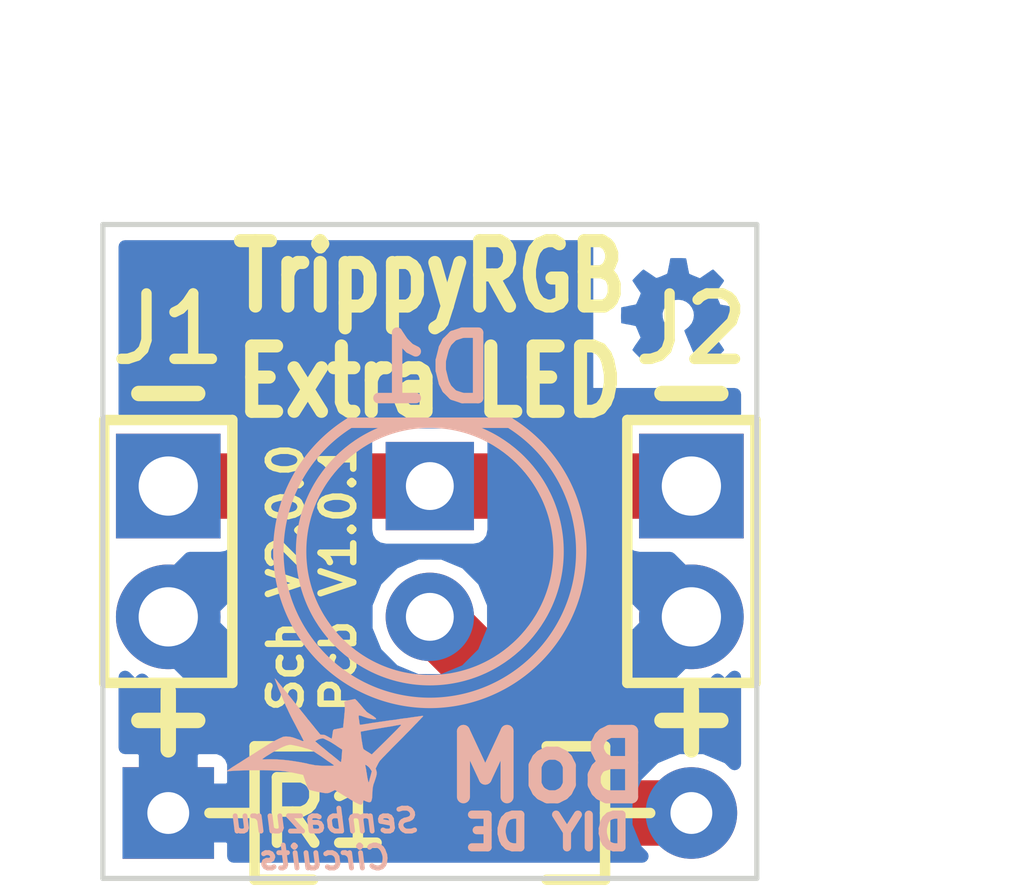
<source format=kicad_pcb>
(kicad_pcb (version 20171130) (host pcbnew "(5.0.0)")

  (general
    (thickness 1.6002)
    (drawings 15)
    (tracks 4)
    (zones 0)
    (modules 6)
    (nets 4)
  )

  (page A4)
  (title_block
    (title "Interactive Rainbow - Extra LEDs")
    (date 2018-07-29)
    (rev 1.0.0)
    (company "Sembazuru Circuit (for Barrel of Makers)")
    (comment 1 "1.0.0 - First PWB layout.")
    (comment 2 "1.0.1 - Adjust Front Silkscreen for J1&J2 polarization.")
    (comment 3 "Non-rev change: Set logos to Virtual.")
  )

  (layers
    (0 F.Cu signal)
    (31 B.Cu signal)
    (32 B.Adhes user)
    (33 F.Adhes user)
    (34 B.Paste user)
    (35 F.Paste user)
    (36 B.SilkS user)
    (37 F.SilkS user)
    (38 B.Mask user)
    (39 F.Mask user)
    (40 Dwgs.User user)
    (41 Cmts.User user)
    (42 Eco1.User user)
    (43 Eco2.User user)
    (44 Edge.Cuts user)
    (45 Margin user)
    (46 B.CrtYd user)
    (47 F.CrtYd user)
    (48 B.Fab user)
    (49 F.Fab user)
  )

  (setup
    (last_trace_width 1.27)
    (trace_clearance 0.254)
    (zone_clearance 0.254)
    (zone_45_only no)
    (trace_min 0.1524)
    (segment_width 0.2)
    (edge_width 0.1)
    (via_size 0.6858)
    (via_drill 0.3302)
    (via_min_size 0.6858)
    (via_min_drill 0.3302)
    (uvia_size 0.762)
    (uvia_drill 0.508)
    (uvias_allowed no)
    (uvia_min_size 0)
    (uvia_min_drill 0)
    (pcb_text_width 0.3)
    (pcb_text_size 1.5 1.5)
    (mod_edge_width 0.15)
    (mod_text_size 1 1)
    (mod_text_width 0.15)
    (pad_size 1.7145 1.7145)
    (pad_drill 0.93)
    (pad_to_mask_clearance 0)
    (aux_axis_origin 152.4 101.6)
    (visible_elements 7FFFFFFF)
    (pcbplotparams
      (layerselection 0x301f0_80000001)
      (usegerberextensions true)
      (usegerberattributes true)
      (usegerberadvancedattributes false)
      (creategerberjobfile false)
      (excludeedgelayer true)
      (linewidth 0.076200)
      (plotframeref false)
      (viasonmask false)
      (mode 1)
      (useauxorigin true)
      (hpglpennumber 1)
      (hpglpenspeed 20)
      (hpglpendiameter 15.000000)
      (psnegative false)
      (psa4output false)
      (plotreference true)
      (plotvalue true)
      (plotinvisibletext false)
      (padsonsilk false)
      (subtractmaskfromsilk true)
      (outputformat 1)
      (mirror false)
      (drillshape 0)
      (scaleselection 1)
      (outputdirectory "Gerbers/"))
  )

  (net 0 "")
  (net 1 "Net-(D1-Pad2)")
  (net 2 +5V)
  (net 3 /~LED_On)

  (net_class Default "This is the default net class."
    (clearance 0.254)
    (trace_width 1.27)
    (via_dia 0.6858)
    (via_drill 0.3302)
    (uvia_dia 0.762)
    (uvia_drill 0.508)
    (add_net +5V)
    (add_net /~LED_On)
    (add_net "Net-(D1-Pad2)")
  )

  (module ipc-7251TH-standard:HDRV2W64P254_1X2_508X254X1016A (layer F.Cu) (tedit 58712E4A) (tstamp 574A3ED8)
    (at 163.83 107.95 270)
    (descr "Header Vertical 2Pin 0.100” Pitch 1X2 Fabrication Level A(Most)")
    (tags HDRV2W64P254_1X2_508X254X1016)
    (path /573C1EE8)
    (fp_text reference J2 (at -4.318 0) (layer F.SilkS)
      (effects (font (size 1.27 1.27) (thickness 0.2032)))
    )
    (fp_text value CONN_01X02 (at 0 -2.286 270) (layer F.Fab)
      (effects (font (size 1.016 1.016) (thickness 0.0762)))
    )
    (fp_line (start -2.5527 -1.2446) (end 2.5527 -1.2446) (layer F.SilkS) (width 0.2032))
    (fp_line (start 2.5527 -1.2446) (end 2.5527 1.2446) (layer F.SilkS) (width 0.2032))
    (fp_line (start 2.5527 1.2446) (end -2.5527 1.2446) (layer F.SilkS) (width 0.2032))
    (fp_line (start -2.5527 1.2446) (end -2.5527 -1.2446) (layer F.SilkS) (width 0.2032))
    (fp_line (start -2.54 -1.27) (end 2.54 -1.27) (layer F.Fab) (width 0.0762))
    (fp_line (start 2.54 -1.27) (end 2.54 1.27) (layer F.Fab) (width 0.0762))
    (fp_line (start 2.54 1.27) (end -2.54 1.27) (layer F.Fab) (width 0.0762))
    (fp_line (start -2.54 1.27) (end -2.54 -1.27) (layer F.Fab) (width 0.0762))
    (fp_line (start -2.794 -1.5494) (end 2.794 -1.5494) (layer F.CrtYd) (width 0.0254))
    (fp_line (start 2.794 -1.5494) (end 2.794 1.5494) (layer F.CrtYd) (width 0.0254))
    (fp_line (start 2.794 1.5494) (end -2.794 1.5494) (layer F.CrtYd) (width 0.0254))
    (fp_line (start -2.794 1.5494) (end -2.794 -1.5494) (layer F.CrtYd) (width 0.0254))
    (pad 1 thru_hole rect (at -1.27 0 270) (size 2.032 2.032) (drill 1.15062) (layers *.Cu *.Mask)
      (net 3 /~LED_On))
    (pad 2 thru_hole circle (at 1.27 0 270) (size 2.032 2.032) (drill 1.15062) (layers *.Cu *.Mask)
      (net 2 +5V))
    (model Pin_Headers.3dshapes/Pin_Header_Straight_1x02.wrl
      (at (xyz 0 0 0))
      (scale (xyz 1 1 1))
      (rotate (xyz 0 0 0))
    )
  )

  (module ipc-7251TH-standard:HDRV2W64P254_1X2_508X254X1016A (layer F.Cu) (tedit 58712E2C) (tstamp 574A3EC5)
    (at 153.67 107.95 270)
    (descr "Header Vertical 2Pin 0.100” Pitch 1X2 Fabrication Level A(Most)")
    (tags HDRV2W64P254_1X2_508X254X1016)
    (path /573C1E60)
    (fp_text reference J1 (at -4.318 0) (layer F.SilkS)
      (effects (font (size 1.27 1.27) (thickness 0.2032)))
    )
    (fp_text value CONN_01X02 (at 0 2.54 270) (layer F.Fab)
      (effects (font (size 1.016 1.016) (thickness 0.0762)))
    )
    (fp_line (start -2.5527 -1.2446) (end 2.5527 -1.2446) (layer F.SilkS) (width 0.2032))
    (fp_line (start 2.5527 -1.2446) (end 2.5527 1.2446) (layer F.SilkS) (width 0.2032))
    (fp_line (start 2.5527 1.2446) (end -2.5527 1.2446) (layer F.SilkS) (width 0.2032))
    (fp_line (start -2.5527 1.2446) (end -2.5527 -1.2446) (layer F.SilkS) (width 0.2032))
    (fp_line (start -2.54 -1.27) (end 2.54 -1.27) (layer F.Fab) (width 0.0762))
    (fp_line (start 2.54 -1.27) (end 2.54 1.27) (layer F.Fab) (width 0.0762))
    (fp_line (start 2.54 1.27) (end -2.54 1.27) (layer F.Fab) (width 0.0762))
    (fp_line (start -2.54 1.27) (end -2.54 -1.27) (layer F.Fab) (width 0.0762))
    (fp_line (start -2.794 -1.5494) (end 2.794 -1.5494) (layer F.CrtYd) (width 0.0254))
    (fp_line (start 2.794 -1.5494) (end 2.794 1.5494) (layer F.CrtYd) (width 0.0254))
    (fp_line (start 2.794 1.5494) (end -2.794 1.5494) (layer F.CrtYd) (width 0.0254))
    (fp_line (start -2.794 1.5494) (end -2.794 -1.5494) (layer F.CrtYd) (width 0.0254))
    (pad 1 thru_hole rect (at -1.27 0 270) (size 2.032 2.032) (drill 1.15062) (layers *.Cu *.Mask)
      (net 3 /~LED_On))
    (pad 2 thru_hole circle (at 1.27 0 270) (size 2.032 2.032) (drill 1.15062) (layers *.Cu *.Mask)
      (net 2 +5V))
    (model Pin_Headers.3dshapes/Pin_Header_Straight_1x02.wrl
      (at (xyz 0 0 0))
      (scale (xyz 1 1 1))
      (rotate (xyz 0 0 0))
    )
  )

  (module logos:OSHW_02mm_copper_noMask (layer B.Cu) (tedit 0) (tstamp 573C0CC6)
    (at 163.576 103.251 180)
    (attr virtual)
    (fp_text reference G*** (at 0 -1.17856 180) (layer B.SilkS) hide
      (effects (font (size 0.1016 0.1016) (thickness 0.02032)) (justify mirror))
    )
    (fp_text value LOGO (at 0 1.17856 180) (layer B.SilkS) hide
      (effects (font (size 0.1016 0.1016) (thickness 0.02032)) (justify mirror))
    )
    (fp_poly (pts (xy -0.6731 -0.99822) (xy -0.66294 -0.99314) (xy -0.635 -0.97536) (xy -0.59944 -0.9525)
      (xy -0.55372 -0.92202) (xy -0.51054 -0.89154) (xy -0.47498 -0.86868) (xy -0.44958 -0.8509)
      (xy -0.43942 -0.84582) (xy -0.4318 -0.84836) (xy -0.41148 -0.85852) (xy -0.381 -0.87376)
      (xy -0.36322 -0.88392) (xy -0.33528 -0.89408) (xy -0.32258 -0.89662) (xy -0.32004 -0.89408)
      (xy -0.30988 -0.87376) (xy -0.29464 -0.83566) (xy -0.27178 -0.7874) (xy -0.24892 -0.73152)
      (xy -0.22352 -0.67056) (xy -0.19558 -0.6096) (xy -0.17272 -0.54864) (xy -0.14986 -0.4953)
      (xy -0.13208 -0.45212) (xy -0.12192 -0.42164) (xy -0.11684 -0.40894) (xy -0.11938 -0.4064)
      (xy -0.13208 -0.3937) (xy -0.15748 -0.37592) (xy -0.20828 -0.33274) (xy -0.26162 -0.2667)
      (xy -0.2921 -0.19304) (xy -0.3048 -0.11176) (xy -0.29464 -0.03556) (xy -0.26416 0.03556)
      (xy -0.21336 0.1016) (xy -0.1524 0.14986) (xy -0.08128 0.18034) (xy 0 0.1905)
      (xy 0.0762 0.18288) (xy 0.14986 0.1524) (xy 0.2159 0.1016) (xy 0.24384 0.07112)
      (xy 0.28194 0.00508) (xy 0.3048 -0.06604) (xy 0.30734 -0.08382) (xy 0.30226 -0.16256)
      (xy 0.2794 -0.23622) (xy 0.23876 -0.30226) (xy 0.18288 -0.35814) (xy 0.17526 -0.36322)
      (xy 0.14732 -0.38354) (xy 0.12954 -0.39624) (xy 0.11684 -0.40894) (xy 0.2159 -0.6477)
      (xy 0.23114 -0.6858) (xy 0.25908 -0.75184) (xy 0.28194 -0.80772) (xy 0.30226 -0.85344)
      (xy 0.31496 -0.88392) (xy 0.32258 -0.89408) (xy 0.32258 -0.89662) (xy 0.3302 -0.89662)
      (xy 0.34798 -0.89154) (xy 0.38354 -0.87376) (xy 0.40386 -0.8636) (xy 0.42926 -0.8509)
      (xy 0.44196 -0.84582) (xy 0.45212 -0.8509) (xy 0.47498 -0.86614) (xy 0.51054 -0.89154)
      (xy 0.55372 -0.91948) (xy 0.59436 -0.94742) (xy 0.63246 -0.97282) (xy 0.6604 -0.9906)
      (xy 0.6731 -0.99822) (xy 0.67564 -0.99822) (xy 0.6858 -0.9906) (xy 0.70866 -0.97282)
      (xy 0.74168 -0.94234) (xy 0.7874 -0.89662) (xy 0.79502 -0.889) (xy 0.83312 -0.8509)
      (xy 0.8636 -0.81788) (xy 0.88392 -0.79502) (xy 0.89154 -0.78486) (xy 0.88392 -0.77216)
      (xy 0.86614 -0.74422) (xy 0.84328 -0.70612) (xy 0.8128 -0.66294) (xy 0.73152 -0.5461)
      (xy 0.77724 -0.43688) (xy 0.78994 -0.40386) (xy 0.80772 -0.36322) (xy 0.82042 -0.33528)
      (xy 0.8255 -0.32258) (xy 0.8382 -0.3175) (xy 0.86614 -0.31242) (xy 0.90932 -0.30226)
      (xy 0.96266 -0.2921) (xy 1.01092 -0.28448) (xy 1.0541 -0.27432) (xy 1.08712 -0.26924)
      (xy 1.10236 -0.2667) (xy 1.1049 -0.26416) (xy 1.10744 -0.25654) (xy 1.10998 -0.2413)
      (xy 1.10998 -0.2159) (xy 1.11252 -0.17272) (xy 1.11252 -0.11176) (xy 1.11252 -0.10414)
      (xy 1.10998 -0.04572) (xy 1.10998 0) (xy 1.10744 0.02794) (xy 1.10744 0.04064)
      (xy 1.0922 0.04318) (xy 1.06172 0.0508) (xy 1.016 0.05842) (xy 0.9652 0.06858)
      (xy 0.96012 0.07112) (xy 0.90932 0.08128) (xy 0.8636 0.0889) (xy 0.83312 0.09652)
      (xy 0.82042 0.1016) (xy 0.81788 0.10414) (xy 0.80772 0.12446) (xy 0.79248 0.15748)
      (xy 0.7747 0.19812) (xy 0.75692 0.23876) (xy 0.74168 0.27686) (xy 0.73152 0.3048)
      (xy 0.72898 0.3175) (xy 0.7366 0.3302) (xy 0.75438 0.3556) (xy 0.77978 0.3937)
      (xy 0.8128 0.43942) (xy 0.8128 0.44196) (xy 0.84328 0.48768) (xy 0.86868 0.52578)
      (xy 0.88392 0.55118) (xy 0.89154 0.56388) (xy 0.88138 0.57658) (xy 0.85852 0.60198)
      (xy 0.8255 0.63754) (xy 0.7874 0.67564) (xy 0.7747 0.68834) (xy 0.73152 0.73152)
      (xy 0.70104 0.75946) (xy 0.68326 0.77216) (xy 0.6731 0.77724) (xy 0.6604 0.76708)
      (xy 0.63246 0.7493) (xy 0.59436 0.7239) (xy 0.54864 0.69342) (xy 0.5461 0.69088)
      (xy 0.50038 0.6604) (xy 0.46482 0.635) (xy 0.43688 0.61722) (xy 0.42672 0.61214)
      (xy 0.42418 0.61214) (xy 0.4064 0.61722) (xy 0.37338 0.62738) (xy 0.33528 0.64262)
      (xy 0.29464 0.6604) (xy 0.25654 0.67564) (xy 0.2286 0.68834) (xy 0.2159 0.69596)
      (xy 0.21082 0.7112) (xy 0.2032 0.74422) (xy 0.19304 0.78994) (xy 0.18288 0.84582)
      (xy 0.18034 0.85344) (xy 0.17018 0.90678) (xy 0.16256 0.94996) (xy 0.15748 0.98044)
      (xy 0.1524 0.99314) (xy 0.14478 0.99568) (xy 0.11938 0.99822) (xy 0.08128 0.99822)
      (xy 0.03302 0.99822) (xy -0.01524 0.99822) (xy -0.06604 0.99822) (xy -0.10668 0.99568)
      (xy -0.13716 0.99314) (xy -0.14986 0.9906) (xy -0.15494 0.97536) (xy -0.16256 0.94234)
      (xy -0.17018 0.89408) (xy -0.18288 0.84074) (xy -0.18288 0.83058) (xy -0.19304 0.77724)
      (xy -0.2032 0.73406) (xy -0.20828 0.70358) (xy -0.21336 0.69342) (xy -0.2159 0.69088)
      (xy -0.23876 0.68072) (xy -0.27432 0.66548) (xy -0.3175 0.6477) (xy -0.4191 0.60706)
      (xy -0.5461 0.69342) (xy -0.55626 0.70104) (xy -0.60198 0.73152) (xy -0.63754 0.75692)
      (xy -0.66294 0.77216) (xy -0.67564 0.77724) (xy -0.68834 0.76708) (xy -0.71374 0.74422)
      (xy -0.74676 0.7112) (xy -0.78486 0.67056) (xy -0.81534 0.64262) (xy -0.84836 0.60706)
      (xy -0.87122 0.5842) (xy -0.88392 0.56896) (xy -0.88646 0.5588) (xy -0.88646 0.55372)
      (xy -0.87884 0.54102) (xy -0.86106 0.51308) (xy -0.83312 0.47498) (xy -0.80264 0.4318)
      (xy -0.77978 0.3937) (xy -0.75184 0.35306) (xy -0.73406 0.32258) (xy -0.72898 0.30734)
      (xy -0.72898 0.30226) (xy -0.73914 0.27686) (xy -0.75184 0.2413) (xy -0.77216 0.19558)
      (xy -0.81534 0.09652) (xy -0.87884 0.08382) (xy -0.91948 0.07874) (xy -0.97536 0.06604)
      (xy -1.02616 0.05588) (xy -1.10998 0.04064) (xy -1.11252 -0.25908) (xy -1.09982 -0.26416)
      (xy -1.08712 -0.2667) (xy -1.05664 -0.27432) (xy -1.01346 -0.28194) (xy -0.96266 -0.2921)
      (xy -0.91948 -0.29972) (xy -0.87376 -0.30988) (xy -0.84328 -0.31496) (xy -0.82804 -0.3175)
      (xy -0.8255 -0.32258) (xy -0.81534 -0.3429) (xy -0.79756 -0.37846) (xy -0.78232 -0.4191)
      (xy -0.76454 -0.45974) (xy -0.7493 -0.50038) (xy -0.7366 -0.52832) (xy -0.73406 -0.5461)
      (xy -0.73914 -0.55626) (xy -0.75692 -0.58166) (xy -0.77978 -0.61976) (xy -0.81026 -0.66294)
      (xy -0.84074 -0.70612) (xy -0.86614 -0.74422) (xy -0.88138 -0.76962) (xy -0.889 -0.78232)
      (xy -0.88646 -0.79248) (xy -0.86868 -0.8128) (xy -0.83566 -0.84582) (xy -0.7874 -0.89408)
      (xy -0.77978 -0.9017) (xy -0.73914 -0.9398) (xy -0.70612 -0.97028) (xy -0.68326 -0.9906)
      (xy -0.6731 -0.99822)) (layer B.Cu) (width 0.00254))
    (fp_poly (pts (xy -0.6731 -0.99822) (xy -0.66294 -0.99314) (xy -0.635 -0.97536) (xy -0.59944 -0.9525)
      (xy -0.55372 -0.92202) (xy -0.51054 -0.89154) (xy -0.47498 -0.86868) (xy -0.44958 -0.8509)
      (xy -0.43942 -0.84582) (xy -0.4318 -0.84836) (xy -0.41148 -0.85852) (xy -0.381 -0.87376)
      (xy -0.36322 -0.88392) (xy -0.33528 -0.89408) (xy -0.32258 -0.89662) (xy -0.32004 -0.89408)
      (xy -0.30988 -0.87376) (xy -0.29464 -0.83566) (xy -0.27178 -0.7874) (xy -0.24892 -0.73152)
      (xy -0.22352 -0.67056) (xy -0.19558 -0.6096) (xy -0.17272 -0.54864) (xy -0.14986 -0.4953)
      (xy -0.13208 -0.45212) (xy -0.12192 -0.42164) (xy -0.11684 -0.40894) (xy -0.11938 -0.4064)
      (xy -0.13208 -0.3937) (xy -0.15748 -0.37592) (xy -0.20828 -0.33274) (xy -0.26162 -0.2667)
      (xy -0.2921 -0.19304) (xy -0.3048 -0.11176) (xy -0.29464 -0.03556) (xy -0.26416 0.03556)
      (xy -0.21336 0.1016) (xy -0.1524 0.14986) (xy -0.08128 0.18034) (xy 0 0.1905)
      (xy 0.0762 0.18288) (xy 0.14986 0.1524) (xy 0.2159 0.1016) (xy 0.24384 0.07112)
      (xy 0.28194 0.00508) (xy 0.3048 -0.06604) (xy 0.30734 -0.08382) (xy 0.30226 -0.16256)
      (xy 0.2794 -0.23622) (xy 0.23876 -0.30226) (xy 0.18288 -0.35814) (xy 0.17526 -0.36322)
      (xy 0.14732 -0.38354) (xy 0.12954 -0.39624) (xy 0.11684 -0.40894) (xy 0.2159 -0.6477)
      (xy 0.23114 -0.6858) (xy 0.25908 -0.75184) (xy 0.28194 -0.80772) (xy 0.30226 -0.85344)
      (xy 0.31496 -0.88392) (xy 0.32258 -0.89408) (xy 0.32258 -0.89662) (xy 0.3302 -0.89662)
      (xy 0.34798 -0.89154) (xy 0.38354 -0.87376) (xy 0.40386 -0.8636) (xy 0.42926 -0.8509)
      (xy 0.44196 -0.84582) (xy 0.45212 -0.8509) (xy 0.47498 -0.86614) (xy 0.51054 -0.89154)
      (xy 0.55372 -0.91948) (xy 0.59436 -0.94742) (xy 0.63246 -0.97282) (xy 0.6604 -0.9906)
      (xy 0.6731 -0.99822) (xy 0.67564 -0.99822) (xy 0.6858 -0.9906) (xy 0.70866 -0.97282)
      (xy 0.74168 -0.94234) (xy 0.7874 -0.89662) (xy 0.79502 -0.889) (xy 0.83312 -0.8509)
      (xy 0.8636 -0.81788) (xy 0.88392 -0.79502) (xy 0.89154 -0.78486) (xy 0.88392 -0.77216)
      (xy 0.86614 -0.74422) (xy 0.84328 -0.70612) (xy 0.8128 -0.66294) (xy 0.73152 -0.5461)
      (xy 0.77724 -0.43688) (xy 0.78994 -0.40386) (xy 0.80772 -0.36322) (xy 0.82042 -0.33528)
      (xy 0.8255 -0.32258) (xy 0.8382 -0.3175) (xy 0.86614 -0.31242) (xy 0.90932 -0.30226)
      (xy 0.96266 -0.2921) (xy 1.01092 -0.28448) (xy 1.0541 -0.27432) (xy 1.08712 -0.26924)
      (xy 1.10236 -0.2667) (xy 1.1049 -0.26416) (xy 1.10744 -0.25654) (xy 1.10998 -0.2413)
      (xy 1.10998 -0.2159) (xy 1.11252 -0.17272) (xy 1.11252 -0.11176) (xy 1.11252 -0.10414)
      (xy 1.10998 -0.04572) (xy 1.10998 0) (xy 1.10744 0.02794) (xy 1.10744 0.04064)
      (xy 1.0922 0.04318) (xy 1.06172 0.0508) (xy 1.016 0.05842) (xy 0.9652 0.06858)
      (xy 0.96012 0.07112) (xy 0.90932 0.08128) (xy 0.8636 0.0889) (xy 0.83312 0.09652)
      (xy 0.82042 0.1016) (xy 0.81788 0.10414) (xy 0.80772 0.12446) (xy 0.79248 0.15748)
      (xy 0.7747 0.19812) (xy 0.75692 0.23876) (xy 0.74168 0.27686) (xy 0.73152 0.3048)
      (xy 0.72898 0.3175) (xy 0.7366 0.3302) (xy 0.75438 0.3556) (xy 0.77978 0.3937)
      (xy 0.8128 0.43942) (xy 0.8128 0.44196) (xy 0.84328 0.48768) (xy 0.86868 0.52578)
      (xy 0.88392 0.55118) (xy 0.89154 0.56388) (xy 0.88138 0.57658) (xy 0.85852 0.60198)
      (xy 0.8255 0.63754) (xy 0.7874 0.67564) (xy 0.7747 0.68834) (xy 0.73152 0.73152)
      (xy 0.70104 0.75946) (xy 0.68326 0.77216) (xy 0.6731 0.77724) (xy 0.6604 0.76708)
      (xy 0.63246 0.7493) (xy 0.59436 0.7239) (xy 0.54864 0.69342) (xy 0.5461 0.69088)
      (xy 0.50038 0.6604) (xy 0.46482 0.635) (xy 0.43688 0.61722) (xy 0.42672 0.61214)
      (xy 0.42418 0.61214) (xy 0.4064 0.61722) (xy 0.37338 0.62738) (xy 0.33528 0.64262)
      (xy 0.29464 0.6604) (xy 0.25654 0.67564) (xy 0.2286 0.68834) (xy 0.2159 0.69596)
      (xy 0.21082 0.7112) (xy 0.2032 0.74422) (xy 0.19304 0.78994) (xy 0.18288 0.84582)
      (xy 0.18034 0.85344) (xy 0.17018 0.90678) (xy 0.16256 0.94996) (xy 0.15748 0.98044)
      (xy 0.1524 0.99314) (xy 0.14478 0.99568) (xy 0.11938 0.99822) (xy 0.08128 0.99822)
      (xy 0.03302 0.99822) (xy -0.01524 0.99822) (xy -0.06604 0.99822) (xy -0.10668 0.99568)
      (xy -0.13716 0.99314) (xy -0.14986 0.9906) (xy -0.15494 0.97536) (xy -0.16256 0.94234)
      (xy -0.17018 0.89408) (xy -0.18288 0.84074) (xy -0.18288 0.83058) (xy -0.19304 0.77724)
      (xy -0.2032 0.73406) (xy -0.20828 0.70358) (xy -0.21336 0.69342) (xy -0.2159 0.69088)
      (xy -0.23876 0.68072) (xy -0.27432 0.66548) (xy -0.3175 0.6477) (xy -0.4191 0.60706)
      (xy -0.5461 0.69342) (xy -0.55626 0.70104) (xy -0.60198 0.73152) (xy -0.63754 0.75692)
      (xy -0.66294 0.77216) (xy -0.67564 0.77724) (xy -0.68834 0.76708) (xy -0.71374 0.74422)
      (xy -0.74676 0.7112) (xy -0.78486 0.67056) (xy -0.81534 0.64262) (xy -0.84836 0.60706)
      (xy -0.87122 0.5842) (xy -0.88392 0.56896) (xy -0.88646 0.5588) (xy -0.88646 0.55372)
      (xy -0.87884 0.54102) (xy -0.86106 0.51308) (xy -0.83312 0.47498) (xy -0.80264 0.4318)
      (xy -0.77978 0.3937) (xy -0.75184 0.35306) (xy -0.73406 0.32258) (xy -0.72898 0.30734)
      (xy -0.72898 0.30226) (xy -0.73914 0.27686) (xy -0.75184 0.2413) (xy -0.77216 0.19558)
      (xy -0.81534 0.09652) (xy -0.87884 0.08382) (xy -0.91948 0.07874) (xy -0.97536 0.06604)
      (xy -1.02616 0.05588) (xy -1.10998 0.04064) (xy -1.11252 -0.25908) (xy -1.09982 -0.26416)
      (xy -1.08712 -0.2667) (xy -1.05664 -0.27432) (xy -1.01346 -0.28194) (xy -0.96266 -0.2921)
      (xy -0.91948 -0.29972) (xy -0.87376 -0.30988) (xy -0.84328 -0.31496) (xy -0.82804 -0.3175)
      (xy -0.8255 -0.32258) (xy -0.81534 -0.3429) (xy -0.79756 -0.37846) (xy -0.78232 -0.4191)
      (xy -0.76454 -0.45974) (xy -0.7493 -0.50038) (xy -0.7366 -0.52832) (xy -0.73406 -0.5461)
      (xy -0.73914 -0.55626) (xy -0.75692 -0.58166) (xy -0.77978 -0.61976) (xy -0.81026 -0.66294)
      (xy -0.84074 -0.70612) (xy -0.86614 -0.74422) (xy -0.88138 -0.76962) (xy -0.889 -0.78232)
      (xy -0.88646 -0.79248) (xy -0.86868 -0.8128) (xy -0.83566 -0.84582) (xy -0.7874 -0.89408)
      (xy -0.77978 -0.9017) (xy -0.73914 -0.9398) (xy -0.70612 -0.97028) (xy -0.68326 -0.9906)
      (xy -0.6731 -0.99822)) (layer B.Mask) (width 0.00254))
  )

  (module ipc-7251TH-standard:LEDRD254W50D500H960P (layer B.Cu) (tedit 58712E76) (tstamp 574A5A7F)
    (at 158.75 107.95 270)
    (descr "LED 5mm Vertical")
    (tags LED)
    (path /5626F3ED)
    (fp_text reference D1 (at -3.556 0) (layer B.SilkS)
      (effects (font (size 1.27 1.27) (thickness 0.2032)) (justify mirror))
    )
    (fp_text value "RGB Slow Flashing" (at -5.08 0) (layer B.Fab)
      (effects (font (size 1.016 1.016) (thickness 0.0762)) (justify mirror))
    )
    (fp_circle (center 0 0) (end 3 0) (layer B.CrtYd) (width 0.0245))
    (fp_arc (start 0 0) (end -2.5 1.55) (angle -296.4) (layer B.Fab) (width 0.0762))
    (fp_line (start -2.5 1.55) (end -2.5 -1.55) (layer B.SilkS) (width 0.2032))
    (fp_circle (center 0 0) (end 2.5 0) (layer B.SilkS) (width 0.2032))
    (fp_circle (center 0 0) (end 2.5 0) (layer B.Fab) (width 0.0762))
    (fp_arc (start 0 0) (end -2.5 1.55) (angle -296.4021744) (layer B.SilkS) (width 0.2032))
    (fp_line (start -2.5 1.55) (end -2.5 -1.55) (layer B.Fab) (width 0.0762))
    (pad 1 thru_hole rect (at -1.27 0 270) (size 1.7145 1.7145) (drill 0.93) (layers *.Cu *.Mask)
      (net 3 /~LED_On))
    (pad 2 thru_hole circle (at 1.27 0 270) (size 1.7145 1.7145) (drill 0.93) (layers *.Cu *.Mask)
      (net 1 "Net-(D1-Pad2)"))
    (model LEDs.3dshapes/LED-5MM.wrl
      (offset (xyz 0 0 0.5079999923706054))
      (scale (xyz 1 1 1))
      (rotate (xyz 0 0 90))
    )
  )

  (module ipc-7251TH-standard:RESAD1016W56L681D259 (layer F.Cu) (tedit 57F90382) (tstamp 57F728B5)
    (at 158.75 113.03)
    (descr "Resistor, Axial; 400 mil C X 22 mil W 268 mil L X 102 mil Dia body - Standard 1/4W Resistor")
    (tags "RES 0.25 1/4")
    (path /562717DF)
    (fp_text reference R1 (at -2.032 0) (layer F.SilkS)
      (effects (font (size 1.27 1.27) (thickness 0.2032)))
    )
    (fp_text value 180Ω (at 1.27 0) (layer F.Fab)
      (effects (font (size 1.016 1.016) (thickness 0.0762)))
    )
    (fp_line (start -3.4036 0) (end -4.2799 0) (layer F.SilkS) (width 0.2032))
    (fp_line (start 3.4036 0) (end 4.2799 0) (layer F.SilkS) (width 0.2032))
    (fp_line (start 2.26907 -1.2954) (end 3.4036 -1.2954) (layer F.SilkS) (width 0.2032))
    (fp_line (start 3.4036 -1.2954) (end 3.4036 1.2954) (layer F.SilkS) (width 0.2032))
    (fp_line (start 3.4036 1.2954) (end 2.26907 1.2954) (layer F.SilkS) (width 0.2032))
    (fp_line (start -2.26907 -1.2954) (end -3.4036 -1.2954) (layer F.SilkS) (width 0.2032))
    (fp_line (start -3.4036 -1.2954) (end -3.4036 1.2954) (layer F.SilkS) (width 0.2032))
    (fp_line (start -3.4036 1.2954) (end -2.26907 1.2954) (layer F.SilkS) (width 0.2032))
    (fp_line (start -3.4036 1.2954) (end -3.4036 -1.2954) (layer F.Fab) (width 0.0762))
    (fp_line (start -3.4036 -1.2954) (end 3.4036 -1.2954) (layer F.Fab) (width 0.0762))
    (fp_line (start 3.4036 -1.2954) (end 3.4036 1.2954) (layer F.Fab) (width 0.0762))
    (fp_line (start 3.4036 1.2954) (end -3.4036 1.2954) (layer F.Fab) (width 0.0762))
    (fp_line (start -3.4036 0) (end -4.4704 0) (layer F.Fab) (width 0.0762))
    (fp_line (start 3.4036 0) (end 4.4704 0) (layer F.Fab) (width 0.0762))
    (fp_circle (center 0 0) (end 0 0.3048) (layer F.CrtYd) (width 0.0254))
    (fp_line (start 0.4064 0) (end -0.4064 0) (layer F.CrtYd) (width 0.0254))
    (fp_line (start 0 -0.4064) (end 0 0.4064) (layer F.CrtYd) (width 0.0254))
    (fp_line (start -5.9436 0.8636) (end -5.9436 -0.8636) (layer F.CrtYd) (width 0.0254))
    (fp_line (start -5.9436 -0.8636) (end -3.6576 -0.8636) (layer F.CrtYd) (width 0.0254))
    (fp_line (start -3.6576 -0.8636) (end -3.6576 -1.5494) (layer F.CrtYd) (width 0.0254))
    (fp_line (start -3.6576 -1.5494) (end 3.6576 -1.5494) (layer F.CrtYd) (width 0.0254))
    (fp_line (start 3.6576 -1.5494) (end 3.6576 -0.8636) (layer F.CrtYd) (width 0.0254))
    (fp_line (start 3.6576 -0.8636) (end 5.9436 -0.8636) (layer F.CrtYd) (width 0.0254))
    (fp_line (start 5.9436 -0.8636) (end 5.9436 0.8636) (layer F.CrtYd) (width 0.0254))
    (fp_line (start 5.9436 0.8636) (end 3.6576 0.8636) (layer F.CrtYd) (width 0.0254))
    (fp_line (start 3.6576 0.8636) (end 3.6576 1.5494) (layer F.CrtYd) (width 0.0254))
    (fp_line (start 3.6576 1.5494) (end -3.6576 1.5494) (layer F.CrtYd) (width 0.0254))
    (fp_line (start -3.6576 1.5494) (end -3.6576 0.8636) (layer F.CrtYd) (width 0.0254))
    (fp_line (start -3.6576 0.8636) (end -5.9436 0.8636) (layer F.CrtYd) (width 0.0254))
    (pad 1 thru_hole rect (at -5.08 0) (size 1.778 1.778) (drill 0.8128) (layers *.Cu *.Mask)
      (net 2 +5V))
    (pad 2 thru_hole circle (at 5.08 0) (size 1.778 1.778) (drill 0.8128) (layers *.Cu *.Mask)
      (net 1 "Net-(D1-Pad2)"))
    (model discret/resistors/horizontal/r_h_180R.wrl
      (at (xyz 0 0 0))
      (scale (xyz 0.4 0.4 0.4))
      (rotate (xyz 0 0 0))
    )
  )

  (module logos:crane_0.15in_silkscreen (layer B.Cu) (tedit 0) (tstamp 587056A0)
    (at 156.718 111.633 180)
    (attr virtual)
    (fp_text reference G*** (at 0 -1.36398 180) (layer B.SilkS) hide
      (effects (font (size 0.1397 0.1397) (thickness 0.02794)) (justify mirror))
    )
    (fp_text value LOGO (at 0 1.36398 180) (layer B.SilkS) hide
      (effects (font (size 0.1397 0.1397) (thickness 0.02794)) (justify mirror))
    )
    (fp_poly (pts (xy 1.905 -0.57912) (xy 1.905 -0.58674) (xy 1.89484 -0.58674) (xy 1.87452 -0.5842)
      (xy 1.83134 -0.58166) (xy 1.77546 -0.57658) (xy 1.70942 -0.57404) (xy 1.63322 -0.5715)
      (xy 1.5494 -0.56896) (xy 1.4605 -0.56642) (xy 1.36906 -0.56642) (xy 1.27762 -0.56642)
      (xy 1.22428 -0.56642) (xy 1.22428 -0.35306) (xy 1.21666 -0.34544) (xy 1.19888 -0.33274)
      (xy 1.17348 -0.31496) (xy 1.14046 -0.2921) (xy 1.10236 -0.26924) (xy 1.06172 -0.24384)
      (xy 1.02108 -0.21844) (xy 1.00076 -0.20828) (xy 0.93726 -0.17018) (xy 0.87376 -0.13716)
      (xy 0.81534 -0.10922) (xy 0.76454 -0.0889) (xy 0.74676 -0.08382) (xy 0.71628 -0.0762)
      (xy 0.69342 -0.07112) (xy 0.67056 -0.07112) (xy 0.64008 -0.0762) (xy 0.63754 -0.0762)
      (xy 0.58928 -0.08636) (xy 0.52578 -0.09906) (xy 0.45466 -0.11684) (xy 0.37846 -0.1397)
      (xy 0.34544 -0.14732) (xy 0.32258 -0.15494) (xy 0.3048 -0.16002) (xy 0.28448 -0.16764)
      (xy 0.26416 -0.1778) (xy 0.24384 -0.1905) (xy 0.2159 -0.20574) (xy 0.19304 -0.22098)
      (xy 0.19304 -0.00508) (xy 0.18796 0) (xy 0.17272 0.01016) (xy 0.14986 0.02286)
      (xy 0.12446 0.03556) (xy 0.09652 0.04318) (xy 0.0889 0.04572) (xy 0.06096 0.0508)
      (xy 0.0381 0.0508) (xy 0.02286 0.04572) (xy -0.00254 0.03302) (xy -0.04318 0.0127)
      (xy -0.09398 -0.0127) (xy -0.1524 -0.04826) (xy -0.2159 -0.0889) (xy -0.2286 -0.09906)
      (xy -0.3302 -0.1651) (xy -0.32512 -0.23622) (xy -0.32004 -0.29464) (xy -0.3175 -0.34036)
      (xy -0.31242 -0.37084) (xy -0.30988 -0.39116) (xy -0.30734 -0.40386) (xy -0.30226 -0.4064)
      (xy -0.2921 -0.40132) (xy -0.27686 -0.39116) (xy -0.27432 -0.38862) (xy -0.26416 -0.37846)
      (xy -0.2413 -0.36068) (xy -0.21082 -0.33528) (xy -0.17272 -0.3048) (xy -0.12954 -0.26924)
      (xy -0.07874 -0.23114) (xy -0.03048 -0.1905) (xy 0.01778 -0.14986) (xy 0.06604 -0.11176)
      (xy 0.10668 -0.07874) (xy 0.14224 -0.04826) (xy 0.17018 -0.02794) (xy 0.18796 -0.0127)
      (xy 0.19304 -0.00508) (xy 0.19304 -0.22098) (xy 0.18288 -0.2286) (xy 0.1397 -0.25654)
      (xy 0.0889 -0.28956) (xy 0.04826 -0.3175) (xy -0.00254 -0.35306) (xy -0.04826 -0.38608)
      (xy -0.09144 -0.41402) (xy -0.12446 -0.43688) (xy -0.1524 -0.4572) (xy -0.16764 -0.46736)
      (xy -0.17018 -0.4699) (xy -0.1651 -0.47498) (xy -0.14478 -0.47752) (xy -0.11684 -0.48006)
      (xy -0.07874 -0.48006) (xy -0.03302 -0.48006) (xy 0.0127 -0.48006) (xy 0.06096 -0.48006)
      (xy 0.10922 -0.47498) (xy 0.15494 -0.47244) (xy 0.19304 -0.4699) (xy 0.2159 -0.46482)
      (xy 0.254 -0.4572) (xy 0.29972 -0.44958) (xy 0.3429 -0.43942) (xy 0.34798 -0.43688)
      (xy 0.46228 -0.41402) (xy 0.5842 -0.3937) (xy 0.70612 -0.37592) (xy 0.82804 -0.36322)
      (xy 0.94488 -0.3556) (xy 1.0541 -0.35306) (xy 1.12268 -0.35306) (xy 1.16078 -0.3556)
      (xy 1.19126 -0.3556) (xy 1.21412 -0.35306) (xy 1.22428 -0.35306) (xy 1.22428 -0.56642)
      (xy 1.19634 -0.56642) (xy 1.1049 -0.56896) (xy 1.02616 -0.5715) (xy 0.95758 -0.57404)
      (xy 0.89916 -0.57658) (xy 0.84074 -0.58166) (xy 0.7874 -0.58674) (xy 0.73152 -0.59436)
      (xy 0.6731 -0.60452) (xy 0.60706 -0.61722) (xy 0.5334 -0.63246) (xy 0.42672 -0.65532)
      (xy 0.381 -0.79248) (xy 0.36576 -0.83566) (xy 0.35306 -0.87376) (xy 0.3429 -0.90424)
      (xy 0.33274 -0.9271) (xy 0.3302 -0.93472) (xy 0.3175 -0.94234) (xy 0.2921 -0.94996)
      (xy 0.25654 -0.96012) (xy 0.2159 -0.97028) (xy 0.17018 -0.98044) (xy 0.12192 -0.9906)
      (xy 0.0762 -0.99822) (xy 0.03556 -1.00584) (xy 0 -1.01092) (xy -0.02032 -1.01092)
      (xy -0.04826 -1.01092) (xy -0.07366 -1.00584) (xy -0.09906 -0.99568) (xy -0.12954 -0.98044)
      (xy -0.1905 -0.94996) (xy -0.25146 -0.98806) (xy -0.28956 -1.01092) (xy -0.33274 -1.03886)
      (xy -0.38354 -1.06934) (xy -0.43434 -1.09982) (xy -0.4826 -1.1303) (xy -0.52832 -1.15824)
      (xy -0.56896 -1.1811) (xy -0.59944 -1.19888) (xy -0.61976 -1.2065) (xy -0.65278 -1.22428)
      (xy -0.67564 -1.2319) (xy -0.69088 -1.23444) (xy -0.69088 0.17526) (xy -0.69088 0.18288)
      (xy -0.6985 0.18542) (xy -0.72136 0.18796) (xy -0.75438 0.19558) (xy -0.79756 0.2032)
      (xy -0.8509 0.21336) (xy -0.90932 0.22352) (xy -0.9525 0.23114) (xy -1.05918 0.24892)
      (xy -1.14808 0.26416) (xy -1.22682 0.27686) (xy -1.29032 0.28702) (xy -1.34366 0.29718)
      (xy -1.3843 0.3048) (xy -1.41478 0.30988) (xy -1.43764 0.31496) (xy -1.45288 0.3175)
      (xy -1.45796 0.3175) (xy -1.47066 0.3175) (xy -1.4732 0.31242) (xy -1.46812 0.3048)
      (xy -1.45288 0.28702) (xy -1.42748 0.26162) (xy -1.39446 0.22606) (xy -1.35382 0.18542)
      (xy -1.3081 0.1397) (xy -1.2573 0.0889) (xy -1.20396 0.03556) (xy -1.18872 0.02032)
      (xy -0.90424 -0.25908) (xy -0.8382 -0.2159) (xy -0.80772 -0.19812) (xy -0.77978 -0.18034)
      (xy -0.75946 -0.16764) (xy -0.75438 -0.16256) (xy -0.74422 -0.15494) (xy -0.73914 -0.14224)
      (xy -0.73406 -0.127) (xy -0.72898 -0.09906) (xy -0.72136 -0.05842) (xy -0.72136 -0.05334)
      (xy -0.70866 0.01778) (xy -0.70104 0.07874) (xy -0.69596 0.12192) (xy -0.69088 0.15494)
      (xy -0.69088 0.17526) (xy -0.69088 -1.23444) (xy -0.70358 -1.2319) (xy -0.70612 -1.2319)
      (xy -0.71882 -1.2192) (xy -0.72644 -1.19888) (xy -0.72898 -1.1938) (xy -0.7366 -1.17348)
      (xy -0.74168 -1.15824) (xy -0.74168 -1.1557) (xy -0.7493 -1.15062) (xy -0.76454 -1.15824)
      (xy -0.77724 -1.16332) (xy -0.77724 -0.46228) (xy -0.78486 -0.46228) (xy -0.8001 -0.4699)
      (xy -0.81788 -0.4826) (xy -0.8382 -0.49784) (xy -0.85852 -0.51816) (xy -0.87376 -0.54102)
      (xy -0.88392 -0.55372) (xy -0.90424 -0.58674) (xy -0.87884 -0.68326) (xy -0.86614 -0.72898)
      (xy -0.85852 -0.75946) (xy -0.85344 -0.77978) (xy -0.84836 -0.79248) (xy -0.84582 -0.79756)
      (xy -0.84328 -0.8001) (xy -0.84074 -0.8001) (xy -0.8382 -0.79248) (xy -0.83312 -0.77216)
      (xy -0.8255 -0.73914) (xy -0.81788 -0.70104) (xy -0.81026 -0.65278) (xy -0.81026 -0.64262)
      (xy -0.8001 -0.59436) (xy -0.79502 -0.55118) (xy -0.7874 -0.51562) (xy -0.78232 -0.49022)
      (xy -0.77978 -0.47498) (xy -0.77724 -0.46228) (xy -0.77724 -1.16332) (xy -0.78232 -1.16586)
      (xy -0.8128 -1.17856) (xy -0.84074 -1.18618) (xy -0.85344 -1.18872) (xy -0.87122 -1.18618)
      (xy -0.88646 -1.17856) (xy -0.89662 -1.16332) (xy -0.90424 -1.13792) (xy -0.91186 -1.10236)
      (xy -0.9144 -1.05156) (xy -0.91694 -1.0033) (xy -0.91948 -0.95758) (xy -0.92202 -0.92202)
      (xy -0.9271 -0.89154) (xy -0.93218 -0.86614) (xy -0.9398 -0.83566) (xy -0.9525 -0.80264)
      (xy -0.96012 -0.77978) (xy -0.9779 -0.72644) (xy -0.9906 -0.6858) (xy -0.99822 -0.65278)
      (xy -1.00076 -0.62738) (xy -1.00076 -0.60452) (xy -0.99568 -0.5842) (xy -0.99314 -0.5715)
      (xy -0.98044 -0.5334) (xy -1.01346 -0.46736) (xy -1.0287 -0.43688) (xy -1.04648 -0.4064)
      (xy -1.06172 -0.38354) (xy -1.06426 -0.37846) (xy -1.07442 -0.37084) (xy -1.0922 -0.35052)
      (xy -1.12014 -0.32004) (xy -1.1557 -0.28448) (xy -1.19888 -0.23876) (xy -1.24714 -0.1905)
      (xy -1.30048 -0.13462) (xy -1.3589 -0.0762) (xy -1.41986 -0.01524) (xy -1.50368 0.06858)
      (xy -1.57734 0.14478) (xy -1.64338 0.21082) (xy -1.69672 0.2667) (xy -1.74498 0.3175)
      (xy -1.78308 0.3556) (xy -1.8161 0.39116) (xy -1.8415 0.41656) (xy -1.86182 0.43942)
      (xy -1.87706 0.45466) (xy -1.88976 0.46736) (xy -1.89738 0.47498) (xy -1.89992 0.4826)
      (xy -1.90246 0.48514) (xy -1.90246 0.48768) (xy -1.89992 0.48768) (xy -1.88976 0.49022)
      (xy -1.8669 0.48768) (xy -1.85166 0.48514) (xy -1.83134 0.4826) (xy -1.80086 0.47752)
      (xy -1.75768 0.47244) (xy -1.70688 0.46482) (xy -1.651 0.4572) (xy -1.59004 0.44704)
      (xy -1.57734 0.44704) (xy -1.46304 0.4318) (xy -1.35382 0.41402) (xy -1.24714 0.40132)
      (xy -1.14808 0.38608) (xy -1.05664 0.37338) (xy -0.97282 0.36068) (xy -0.9017 0.35052)
      (xy -0.84074 0.34036) (xy -0.79248 0.33274) (xy -0.76962 0.3302) (xy -0.73152 0.32258)
      (xy -0.70358 0.32004) (xy -0.68072 0.3175) (xy -0.6731 0.32004) (xy -0.67056 0.32766)
      (xy -0.66548 0.35052) (xy -0.66294 0.37846) (xy -0.65786 0.41148) (xy -0.65278 0.44196)
      (xy -0.65024 0.4699) (xy -0.65024 0.48514) (xy -0.65024 0.49276) (xy -0.65532 0.4953)
      (xy -0.6604 0.49784) (xy -0.67564 0.4953) (xy -0.6985 0.49022) (xy -0.73152 0.47752)
      (xy -0.77724 0.46228) (xy -0.78486 0.45974) (xy -0.83312 0.4445) (xy -0.88138 0.43434)
      (xy -0.92202 0.42672) (xy -0.93218 0.42418) (xy -0.96012 0.42418) (xy -0.9779 0.42418)
      (xy -0.98552 0.42672) (xy -0.98806 0.4318) (xy -0.98806 0.43434) (xy -0.98298 0.44704)
      (xy -0.9652 0.45974) (xy -0.93726 0.4826) (xy -0.90424 0.50292) (xy -0.86868 0.52578)
      (xy -0.84074 0.54356) (xy -0.81788 0.5588) (xy -0.8001 0.57404) (xy -0.78232 0.59436)
      (xy -0.75946 0.61722) (xy -0.73152 0.65024) (xy -0.70866 0.67818) (xy -0.67818 0.71374)
      (xy -0.65024 0.74422) (xy -0.62738 0.77216) (xy -0.6096 0.78994) (xy -0.60452 0.79502)
      (xy -0.57912 0.81788) (xy -0.49276 0.8001) (xy -0.44196 0.78994) (xy -0.4064 0.77978)
      (xy -0.38354 0.76962) (xy -0.37338 0.75946) (xy -0.37084 0.74676) (xy -0.37084 0.74168)
      (xy -0.37592 0.72644) (xy -0.37846 0.70866) (xy -0.381 0.6858) (xy -0.381 0.65786)
      (xy -0.381 0.62484) (xy -0.37846 0.58166) (xy -0.37338 0.53086) (xy -0.3683 0.46736)
      (xy -0.36068 0.39116) (xy -0.35306 0.3175) (xy -0.34798 0.26162) (xy -0.30988 0.254)
      (xy -0.2794 0.24638) (xy -0.24384 0.2413) (xy -0.21336 0.23368) (xy -0.18796 0.23114)
      (xy -0.17272 0.22606) (xy -0.16256 0.22098) (xy -0.15494 0.21082) (xy -0.14986 0.1905)
      (xy -0.14478 0.16002) (xy -0.1397 0.11938) (xy -0.13462 0.08636) (xy -0.12954 0.0635)
      (xy -0.127 0.04826) (xy -0.127 0.04572) (xy -0.11684 0.0508) (xy -0.09906 0.06096)
      (xy -0.07366 0.07366) (xy -0.05842 0.08382) (xy -0.02286 0.1016) (xy 0 0.1143)
      (xy 0.0254 0.12192) (xy 0.04826 0.12192) (xy 0.09398 0.127) (xy 0.1651 0.21336)
      (xy 0.19304 0.24638) (xy 0.22606 0.28956) (xy 0.26416 0.33528) (xy 0.3048 0.38608)
      (xy 0.34544 0.43434) (xy 0.3556 0.44958) (xy 0.45212 0.56896) (xy 0.53848 0.67818)
      (xy 0.61468 0.7747) (xy 0.68326 0.86106) (xy 0.74422 0.93726) (xy 0.79756 1.00076)
      (xy 0.84074 1.05664) (xy 0.87884 1.10236) (xy 0.91186 1.14046) (xy 0.93472 1.17094)
      (xy 0.95504 1.1938) (xy 0.96774 1.2065) (xy 0.97536 1.21412) (xy 0.9779 1.21666)
      (xy 0.97536 1.20396) (xy 0.96774 1.1811) (xy 0.9525 1.14046) (xy 0.93218 1.08966)
      (xy 0.90678 1.02362) (xy 0.87376 0.94742) (xy 0.8382 0.85852) (xy 0.79502 0.75692)
      (xy 0.77978 0.72136) (xy 0.762 0.67818) (xy 0.73406 0.6223) (xy 0.70358 0.55626)
      (xy 0.66802 0.4826) (xy 0.62738 0.40386) (xy 0.5842 0.32258) (xy 0.54102 0.23876)
      (xy 0.4953 0.15494) (xy 0.47752 0.12192) (xy 0.4572 0.08128) (xy 0.43942 0.04826)
      (xy 0.42672 0.02032) (xy 0.41656 0.00254) (xy 0.41402 0) (xy 0.42164 -0.00508)
      (xy 0.43434 -0.00508) (xy 0.44196 0) (xy 0.45466 0.00508) (xy 0.47752 0.01524)
      (xy 0.508 0.02794) (xy 0.5461 0.04064) (xy 0.5842 0.05588) (xy 0.6223 0.06858)
      (xy 0.62992 0.07112) (xy 0.6858 0.08382) (xy 0.74676 0.0889) (xy 0.7493 0.0889)
      (xy 0.7747 0.0889) (xy 0.79756 0.08636) (xy 0.81788 0.08382) (xy 0.8382 0.07366)
      (xy 0.86868 0.06096) (xy 0.9017 0.04572) (xy 0.94742 0.02286) (xy 0.99568 -0.00254)
      (xy 1.04394 -0.02794) (xy 1.07188 -0.04572) (xy 1.12522 -0.07874) (xy 1.18872 -0.11938)
      (xy 1.26238 -0.1651) (xy 1.34112 -0.2159) (xy 1.42494 -0.26924) (xy 1.50876 -0.32004)
      (xy 1.59258 -0.37338) (xy 1.67132 -0.42418) (xy 1.7018 -0.44196) (xy 1.7526 -0.47498)
      (xy 1.79832 -0.50292) (xy 1.83896 -0.53086) (xy 1.86944 -0.55118) (xy 1.8923 -0.56896)
      (xy 1.905 -0.57658) (xy 1.905 -0.57912)) (layer B.SilkS) (width 0.00254))
  )

  (gr_text + (at 153.67 111.125) (layer F.SilkS) (tstamp 58704FFC)
    (effects (font (size 1.5 1.5) (thickness 0.3)))
  )
  (gr_text - (at 153.67 104.775) (layer F.SilkS) (tstamp 58704FF8)
    (effects (font (size 1.5 1.5) (thickness 0.3)))
  )
  (gr_text - (at 163.83 104.775) (layer F.SilkS)
    (effects (font (size 1.5 1.5) (thickness 0.3)))
  )
  (gr_text + (at 163.83 111.125) (layer F.SilkS)
    (effects (font (size 1.5 1.5) (thickness 0.3)))
  )
  (dimension 12.7 (width 0.0762) (layer F.Fab)
    (gr_text "0.5000 in" (at 168.99 107.95 270) (layer F.Fab)
      (effects (font (size 1.016 1.016) (thickness 0.0762)))
    )
    (feature1 (pts (xy 165.354 114.3) (xy 170.34 114.3)))
    (feature2 (pts (xy 165.354 101.6) (xy 170.34 101.6)))
    (crossbar (pts (xy 167.64 101.6) (xy 167.64 114.3)))
    (arrow1a (pts (xy 167.64 114.3) (xy 167.053579 113.173496)))
    (arrow1b (pts (xy 167.64 114.3) (xy 168.226421 113.173496)))
    (arrow2a (pts (xy 167.64 101.6) (xy 167.053579 102.726504)))
    (arrow2b (pts (xy 167.64 101.6) (xy 168.226421 102.726504)))
  )
  (dimension 12.7 (width 0.0762) (layer F.Fab)
    (gr_text "0.5000 in" (at 158.75 97.71) (layer F.Fab)
      (effects (font (size 1.016 1.016) (thickness 0.0762)))
    )
    (feature1 (pts (xy 165.1 101.346) (xy 165.1 96.36)))
    (feature2 (pts (xy 152.4 101.346) (xy 152.4 96.36)))
    (crossbar (pts (xy 152.4 99.06) (xy 165.1 99.06)))
    (arrow1a (pts (xy 165.1 99.06) (xy 163.973496 99.646421)))
    (arrow1b (pts (xy 165.1 99.06) (xy 163.973496 98.473579)))
    (arrow2a (pts (xy 152.4 99.06) (xy 153.526504 99.646421)))
    (arrow2b (pts (xy 152.4 99.06) (xy 153.526504 98.473579)))
  )
  (gr_text "Sch V2.0.0\nPcb V1.0.1" (at 156.464 108.458 90) (layer F.SilkS)
    (effects (font (size 0.635 0.635) (thickness 0.127)))
  )
  (gr_text "DIY DE" (at 161.036 113.411) (layer B.SilkS)
    (effects (font (size 0.635 0.635) (thickness 0.15875)) (justify mirror))
  )
  (gr_text BoM (at 161.036 112.141) (layer B.SilkS)
    (effects (font (size 1.27 1.27) (thickness 0.254)) (justify mirror))
  )
  (gr_text "Sembazuru\nCircuits" (at 156.718 113.538) (layer B.SilkS)
    (effects (font (size 0.4445 0.4445) (thickness 0.09525) italic) (justify mirror))
  )
  (gr_text "TrippyRGB\nExtra LED" (at 158.75 103.632) (layer F.SilkS)
    (effects (font (size 1.27 1.016) (thickness 0.254)))
  )
  (gr_line (start 152.4 114.3) (end 152.4 101.6) (layer Edge.Cuts) (width 0.1))
  (gr_line (start 165.1 114.3) (end 152.4 114.3) (layer Edge.Cuts) (width 0.1))
  (gr_line (start 165.1 101.6) (end 165.1 114.3) (layer Edge.Cuts) (width 0.1))
  (gr_line (start 152.4 101.6) (end 165.1 101.6) (layer Edge.Cuts) (width 0.1))

  (segment (start 163.83 113.03) (end 162.56 113.03) (width 1.27) (layer F.Cu) (net 1))
  (segment (start 162.56 113.03) (end 158.75 109.22) (width 1.27) (layer F.Cu) (net 1))
  (segment (start 158.75 106.68) (end 163.83 106.68) (width 1.27) (layer F.Cu) (net 3))
  (segment (start 153.67 106.68) (end 158.75 106.68) (width 1.27) (layer F.Cu) (net 3))

  (zone (net 2) (net_name +5V) (layer B.Cu) (tstamp 0) (hatch edge 0.508)
    (connect_pads (clearance 0.254))
    (min_thickness 0.254)
    (fill yes (arc_segments 16) (thermal_gap 0.254) (thermal_bridge_width 1.27))
    (polygon
      (pts
        (xy 152.4 101.6) (xy 161.925 101.6) (xy 161.925 104.775) (xy 165.1 104.775) (xy 165.1 114.3)
        (xy 152.4 114.3)
      )
    )
    (filled_polygon
      (pts
        (xy 161.798 104.775) (xy 161.808006 104.82441) (xy 161.836447 104.866035) (xy 161.878841 104.893315) (xy 161.925 104.902)
        (xy 164.669 104.902) (xy 164.669 105.275536) (xy 162.814 105.275536) (xy 162.67281 105.302103) (xy 162.543135 105.385546)
        (xy 162.456141 105.512866) (xy 162.425536 105.664) (xy 162.425536 107.696) (xy 162.452103 107.83719) (xy 162.535546 107.966865)
        (xy 162.662866 108.053859) (xy 162.814 108.084464) (xy 163.412885 108.084464) (xy 163.83 108.50158) (xy 163.844142 108.487437)
        (xy 164.562563 109.205858) (xy 164.54842 109.22) (xy 164.562563 109.234143) (xy 163.844142 109.952563) (xy 163.83 109.93842)
        (xy 163.320737 110.447684) (xy 163.458815 110.595154) (xy 164.013318 110.632523) (xy 164.201185 110.595154) (xy 164.339262 110.447685)
        (xy 164.47621 110.584633) (xy 164.669 110.391843) (xy 164.669 112.072844) (xy 164.550337 111.953974) (xy 164.083727 111.760221)
        (xy 163.57849 111.75978) (xy 163.111542 111.952718) (xy 162.753974 112.309663) (xy 162.560221 112.776273) (xy 162.55978 113.28151)
        (xy 162.752718 113.748458) (xy 162.87305 113.869) (xy 154.94 113.869) (xy 154.94 113.56975) (xy 154.84475 113.4745)
        (xy 154.1145 113.4745) (xy 154.1145 113.558) (xy 153.2255 113.558) (xy 153.2255 113.4745) (xy 153.142 113.4745)
        (xy 153.142 112.5855) (xy 153.2255 112.5855) (xy 153.2255 111.85525) (xy 154.1145 111.85525) (xy 154.1145 112.5855)
        (xy 154.84475 112.5855) (xy 154.94 112.49025) (xy 154.94 112.065215) (xy 154.881996 111.925181) (xy 154.77482 111.818004)
        (xy 154.634786 111.76) (xy 154.20975 111.76) (xy 154.1145 111.85525) (xy 153.2255 111.85525) (xy 153.13025 111.76)
        (xy 152.831 111.76) (xy 152.831 110.391843) (xy 153.02379 110.584633) (xy 153.160738 110.447685) (xy 153.298815 110.595154)
        (xy 153.853318 110.632523) (xy 154.041185 110.595154) (xy 154.179263 110.447684) (xy 153.67 109.93842) (xy 153.655858 109.952563)
        (xy 152.937438 109.234143) (xy 152.95158 109.22) (xy 154.38842 109.22) (xy 154.897684 109.729263) (xy 155.045154 109.591185)
        (xy 155.053642 109.465223) (xy 157.511535 109.465223) (xy 157.69965 109.920496) (xy 158.047672 110.269125) (xy 158.502616 110.458035)
        (xy 158.995223 110.458465) (xy 159.450496 110.27035) (xy 159.799125 109.922328) (xy 159.988035 109.467384) (xy 159.98809 109.403318)
        (xy 162.417477 109.403318) (xy 162.454846 109.591185) (xy 162.602316 109.729263) (xy 163.11158 109.22) (xy 162.602316 108.710737)
        (xy 162.454846 108.848815) (xy 162.417477 109.403318) (xy 159.98809 109.403318) (xy 159.988465 108.974777) (xy 159.80035 108.519504)
        (xy 159.452328 108.170875) (xy 158.997384 107.981965) (xy 158.504777 107.981535) (xy 158.049504 108.16965) (xy 157.700875 108.517672)
        (xy 157.511965 108.972616) (xy 157.511535 109.465223) (xy 155.053642 109.465223) (xy 155.082523 109.036682) (xy 155.045154 108.848815)
        (xy 154.897684 108.710737) (xy 154.38842 109.22) (xy 152.95158 109.22) (xy 152.937438 109.205858) (xy 153.655858 108.487437)
        (xy 153.67 108.50158) (xy 154.087115 108.084464) (xy 154.686 108.084464) (xy 154.82719 108.057897) (xy 154.956865 107.974454)
        (xy 155.043859 107.847134) (xy 155.074464 107.696) (xy 155.074464 105.82275) (xy 157.504286 105.82275) (xy 157.504286 107.53725)
        (xy 157.530853 107.67844) (xy 157.614296 107.808115) (xy 157.741616 107.895109) (xy 157.89275 107.925714) (xy 159.60725 107.925714)
        (xy 159.74844 107.899147) (xy 159.878115 107.815704) (xy 159.965109 107.688384) (xy 159.995714 107.53725) (xy 159.995714 105.82275)
        (xy 159.969147 105.68156) (xy 159.885704 105.551885) (xy 159.758384 105.464891) (xy 159.60725 105.434286) (xy 157.89275 105.434286)
        (xy 157.75156 105.460853) (xy 157.621885 105.544296) (xy 157.534891 105.671616) (xy 157.504286 105.82275) (xy 155.074464 105.82275)
        (xy 155.074464 105.664) (xy 155.047897 105.52281) (xy 154.964454 105.393135) (xy 154.837134 105.306141) (xy 154.686 105.275536)
        (xy 152.831 105.275536) (xy 152.831 102.031) (xy 161.798 102.031)
      )
    )
  )
)

</source>
